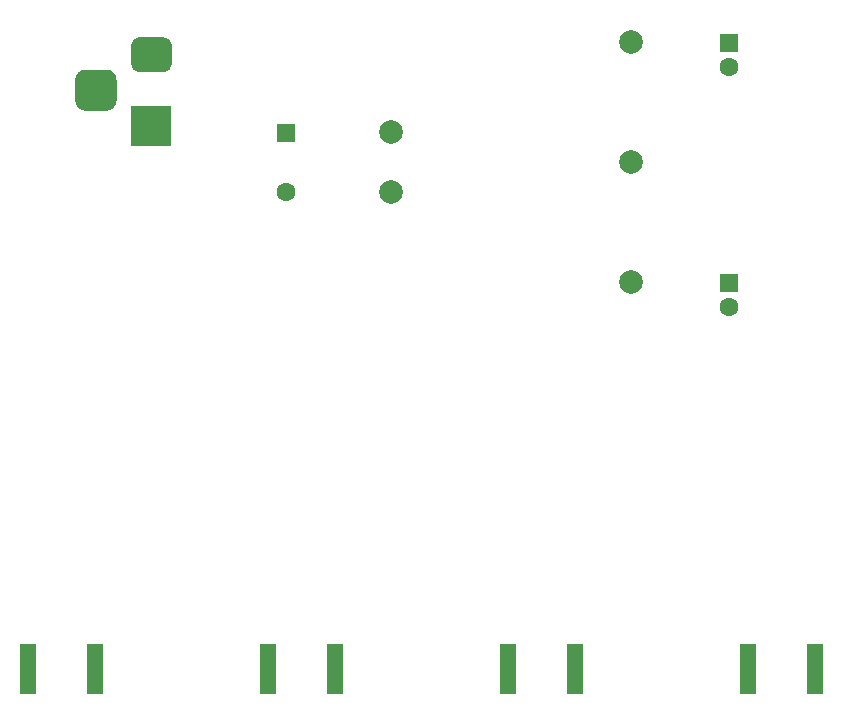
<source format=gbr>
%TF.GenerationSoftware,KiCad,Pcbnew,(5.1.9)-1*%
%TF.CreationDate,2021-05-02T14:53:51-04:00*%
%TF.ProjectId,openEPR_Lock-In,6f70656e-4550-4525-9f4c-6f636b2d496e,rev?*%
%TF.SameCoordinates,Original*%
%TF.FileFunction,Soldermask,Bot*%
%TF.FilePolarity,Negative*%
%FSLAX46Y46*%
G04 Gerber Fmt 4.6, Leading zero omitted, Abs format (unit mm)*
G04 Created by KiCad (PCBNEW (5.1.9)-1) date 2021-05-02 14:53:51*
%MOMM*%
%LPD*%
G01*
G04 APERTURE LIST*
%ADD10C,2.000000*%
%ADD11R,1.350000X4.200000*%
%ADD12R,3.500000X3.500000*%
%ADD13R,1.600000X1.600000*%
%ADD14C,1.600000*%
G04 APERTURE END LIST*
D10*
%TO.C,U4*%
X71120000Y-38608000D03*
X71120000Y-43688000D03*
X91440000Y-51308000D03*
X91440000Y-41148000D03*
X91440000Y-30988000D03*
%TD*%
D11*
%TO.C,J1*%
X60675000Y-84128000D03*
X66325000Y-84128000D03*
%TD*%
%TO.C,J2*%
X46005000Y-84128000D03*
X40355000Y-84128000D03*
%TD*%
%TO.C,J3*%
X101315000Y-84128000D03*
X106965000Y-84128000D03*
%TD*%
D12*
%TO.C,J4*%
X50800000Y-38100000D03*
G36*
G01*
X49800000Y-30600000D02*
X51800000Y-30600000D01*
G75*
G02*
X52550000Y-31350000I0J-750000D01*
G01*
X52550000Y-32850000D01*
G75*
G02*
X51800000Y-33600000I-750000J0D01*
G01*
X49800000Y-33600000D01*
G75*
G02*
X49050000Y-32850000I0J750000D01*
G01*
X49050000Y-31350000D01*
G75*
G02*
X49800000Y-30600000I750000J0D01*
G01*
G37*
G36*
G01*
X45225000Y-33350000D02*
X46975000Y-33350000D01*
G75*
G02*
X47850000Y-34225000I0J-875000D01*
G01*
X47850000Y-35975000D01*
G75*
G02*
X46975000Y-36850000I-875000J0D01*
G01*
X45225000Y-36850000D01*
G75*
G02*
X44350000Y-35975000I0J875000D01*
G01*
X44350000Y-34225000D01*
G75*
G02*
X45225000Y-33350000I875000J0D01*
G01*
G37*
%TD*%
D11*
%TO.C,J5*%
X80995000Y-84128000D03*
X86645000Y-84128000D03*
%TD*%
D13*
%TO.C,C7*%
X62230000Y-38735000D03*
D14*
X62230000Y-43735000D03*
%TD*%
D13*
%TO.C,C9*%
X99695000Y-51435000D03*
D14*
X99695000Y-53435000D03*
%TD*%
%TO.C,C11*%
X99695000Y-33115000D03*
D13*
X99695000Y-31115000D03*
%TD*%
M02*

</source>
